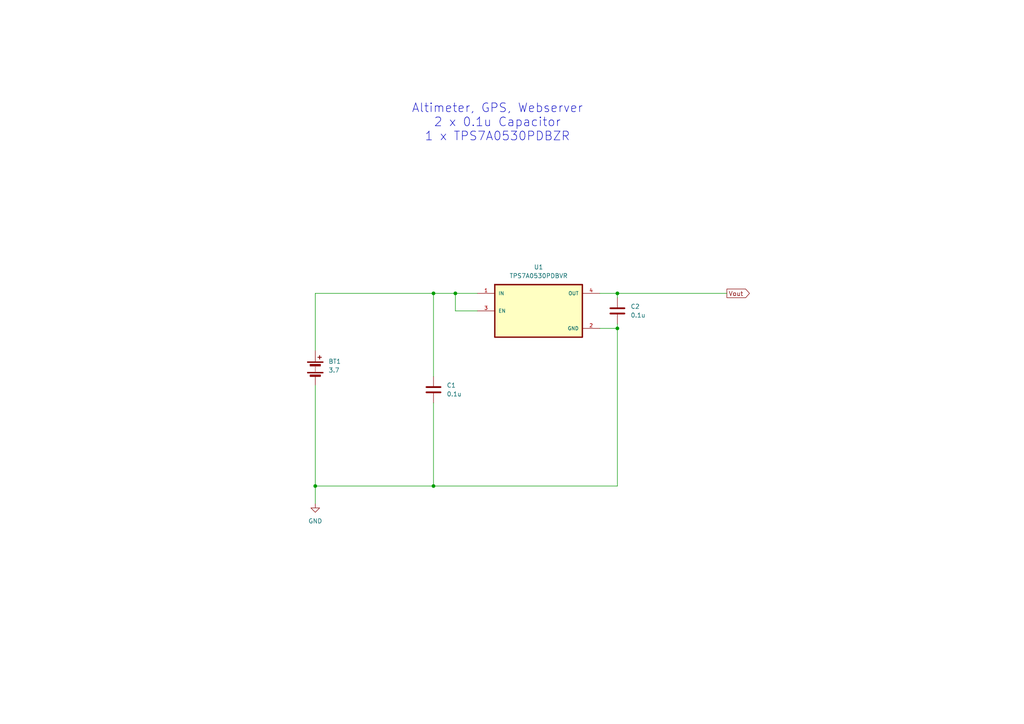
<source format=kicad_sch>
(kicad_sch (version 20231120) (generator "eeschema") (generator_version "8.0")
  (paper "A4")
  (lib_symbols
    (symbol "Device:Battery" (pin_numbers hide) (pin_names (offset 0) hide)
      (property "Reference" "BT" (at 2.54 2.54 0))
      (property "Value" "Battery" (at 2.54 0 0))
      (symbol "Battery_0_1"
        (rectangle (start -2.286 -1.27) (end 2.286 -1.524) (fill (type outline)))
        (rectangle (start -2.286 1.778) (end 2.286 1.524) (fill (type outline)))
        (rectangle (start -1.524 -2.032) (end 1.524 -2.54) (fill (type outline)))
        (rectangle (start -1.524 1.016) (end 1.524 0.508) (fill (type outline)))
        (polyline (pts (xy 0 -1.016) (xy 0 -0.762)))
        (polyline (pts (xy 0 -0.508) (xy 0 -0.254)))
        (polyline (pts (xy 0 0) (xy 0 0.254)))
        (polyline (pts (xy 0 1.778) (xy 0 2.54)))
        (polyline (pts (xy 0.762 3.048) (xy 1.778 3.048)) (stroke (width 0.254)))
        (polyline (pts (xy 1.27 3.556) (xy 1.27 2.54)) (stroke (width 0.254)))
      )
      (symbol "Battery_1_1"
        (pin passive line (at 0 5.08 270) (length 2.54) (name "+") (number "1"))
        (pin passive line (at 0 -5.08 90) (length 2.54) (name "-") (number "2"))
      )
    )
    (symbol "Device:C" (pin_numbers hide) (pin_names (offset 0.254))
      (property "Reference" "C" (at 0.635 2.54 0))
      (property "Value" "C" (at 0.635 -2.54 0))
      (symbol "C_0_1"
        (polyline (pts (xy -2.032 -0.762) (xy 2.032 -0.762)) (stroke (width 0.508)))
        (polyline (pts (xy -2.032 0.762) (xy 2.032 0.762)) (stroke (width 0.508)))
      )
      (symbol "C_1_1"
        (pin passive line (at 0 3.81 270) (length 2.794) (name "~") (number "1"))
        (pin passive line (at 0 -3.81 90) (length 2.794) (name "~") (number "2"))
      )
    )
    (symbol "TPS7A0530PDBVR:TPS7A0530PDBVR" (pin_names (offset 1.016))
      (property "Reference" "U" (at -12.7 8.62 0))
      (property "Value" "TPS7A0530PDBVR" (at -12.7 -11.62 0))
      (symbol "TPS7A0530PDBVR_0_0"
        (rectangle (start -12.7 -7.62) (end 12.7 7.62) (stroke (width 0.41)) (fill (type background)))
        (pin input line (at -17.78 5.08 0) (length 5.08) (name "IN") (number "1"))
        (pin power_in line (at 17.78 -5.08 180) (length 5.08) (name "GND") (number "2"))
        (pin bidirectional line (at -17.78 0 0) (length 5.08) (name "EN") (number "3"))
        (pin output line (at 17.78 5.08 180) (length 5.08) (name "OUT") (number "4"))
      )
    )
    (symbol "power:GND" (power) (pin_numbers hide) (pin_names (offset 0) hide)
      (property "Value" "GND" (at 0 -3.81 0))
      (symbol "GND_0_1"
        (polyline (pts (xy 0 0) (xy 0 -1.27) (xy 1.27 -1.27) (xy 0 -2.54) (xy -1.27 -1.27) (xy 0 -1.27)))
      )
      (symbol "GND_1_1"
        (pin power_in line (at 0 0 270) (length 0) (name "~") (number "1"))
      )
    )
  )
  (junction (at 125.73 85.09))
  (junction (at 132.08 85.09))
  (junction (at 179.07 95.25))
  (junction (at 91.44 140.97))
  (junction (at 125.73 140.97))
  (junction (at 179.07 85.09))
  (wire (pts (xy 125.73 85.09) (xy 125.73 109.22)))
  (wire (pts (xy 91.44 140.97) (xy 91.44 146.05)))
  (wire (pts (xy 125.73 85.09) (xy 132.08 85.09)))
  (wire (pts (xy 138.43 90.17) (xy 132.08 90.17)))
  (wire (pts (xy 91.44 85.09) (xy 91.44 101.6)))
  (wire (pts (xy 179.07 95.25) (xy 173.99 95.25)))
  (wire (pts (xy 173.99 85.09) (xy 179.07 85.09)))
  (wire (pts (xy 132.08 85.09) (xy 138.43 85.09)))
  (wire (pts (xy 91.44 140.97) (xy 125.73 140.97)))
  (wire (pts (xy 179.07 85.09) (xy 210.82 85.09)))
  (wire (pts (xy 179.07 140.97) (xy 125.73 140.97)))
  (wire (pts (xy 91.44 111.76) (xy 91.44 140.97)))
  (wire (pts (xy 179.07 86.36) (xy 179.07 85.09)))
  (wire (pts (xy 132.08 90.17) (xy 132.08 85.09)))
  (wire (pts (xy 91.44 85.09) (xy 125.73 85.09)))
  (wire (pts (xy 179.07 95.25) (xy 179.07 140.97)))
  (wire (pts (xy 179.07 93.98) (xy 179.07 95.25)))
  (wire (pts (xy 125.73 116.84) (xy 125.73 140.97)))
  (text "Altimeter, GPS, Webserver\n2 x 0.1u Capacitor\n1 x TPS7A0530PDBZR" (at 144.272 35.56 0) (effects (font (size 2.54 2.54))))
  (global_label "Vout" (shape output) (at 210.82 85.09 0) (property "Intersheetrefs" "${INTERSHEET_REFS}" (effects (hide yes))))
  (symbol (lib_id "power:GND") (at 91.44 146.05 0) (unit 1)
    (property "Reference" "#PWR01" (effects (hide yes)))
    (property "Value" "GND" (at 91.44 151.13 0))
    (property "Description" "Power symbol creates a global label with name \"GND\" , ground" (effects (hide yes)))
  )
  (symbol (lib_id "TPS7A0530PDBVR:TPS7A0530PDBVR") (at 156.21 90.17 0) (unit 1)
    (property "Reference" "U1" (at 156.21 77.47 0))
    (property "Value" "TPS7A0530PDBVR" (at 156.21 80.01 0))
    (property "Footprint" "TPS7A0530PDBVR:SOT95P280X145-5N" (effects (hide yes)))
    (property "MF" "Texas Instruments" (effects (hide yes)))
    (property "Description_1" "\n200-mA, ultra-low-IQ, high-accuracy, low-dropout voltage regulator with enable\n" (effects (hide yes)))
    (property "Package" "SOT-23-5 Texas Instruments" (effects (hide yes)))
    (property "Price" "None" (effects (hide yes)))
    (property "SnapEDA_Link" "https://www.snapeda.com/parts/TPS7A0530PDBVR/Texas+Instruments/view-part/?ref=snap" (effects (hide yes)))
    (property "MP" "TPS7A0530PDBVR" (effects (hide yes)))
    (property "Purchase-URL" "https://www.snapeda.com/api/url_track_click_mouser/?unipart_id=3603644&manufacturer=Texas Instruments&part_name=TPS7A0530PDBVR&search_term=tps7a0530pdbv" (effects (hide yes)))
    (property "Availability" "In Stock" (effects (hide yes)))
    (property "Check_prices" "https://www.snapeda.com/parts/TPS7A0530PDBVR/Texas+Instruments/view-part/?ref=eda" (effects (hide yes)))
    (property "Sim.Library" "/Users/ankona.pahari/Downloads/TPS7A0530P_TRANS.lib" (effects (hide yes)))
    (property "Sim.Name" "TPS7A0530P_TRANS" (effects (hide yes)))
    (property "Sim.Device" "SUBCKT" (effects (hide yes)))
    (property "Sim.Pins" "1=EN 2=GND 3=VIN 4=VOUT" (effects (hide yes)))
  )
  (symbol (lib_id "Device:C") (at 125.73 113.03 0) (unit 1)
    (property "Reference" "C1" (at 129.54 111.7599 0) (effects (justify left)))
    (property "Value" "0.1u" (at 129.54 114.2999 0) (effects (justify left)))
    (property "Description" "Unpolarized capacitor" (effects (hide yes)))
  )
  (symbol (lib_id "Device:C") (at 179.07 90.17 0) (unit 1)
    (property "Reference" "C2" (at 182.88 88.8999 0) (effects (justify left)))
    (property "Value" "0.1u" (at 182.88 91.4399 0) (effects (justify left)))
    (property "Description" "Unpolarized capacitor" (effects (hide yes)))
  )
  (symbol (lib_id "Device:Battery") (at 91.44 106.68 0) (unit 1)
    (property "Reference" "BT1" (at 95.25 104.8384 0) (effects (justify left)))
    (property "Value" "3.7" (at 95.25 107.3784 0) (effects (justify left)))
    (property "Description" "Multiple-cell battery" (effects (hide yes)))
    (property "Sim.Device" "V" (effects (hide yes)))
    (property "Sim.Type" "DC" (effects (hide yes)))
    (property "Sim.Pins" "1=+ 2=-" (effects (hide yes)))
    (property "Sim.Params" "dc=3.7" (effects (hide yes)))
  )
)
</source>
